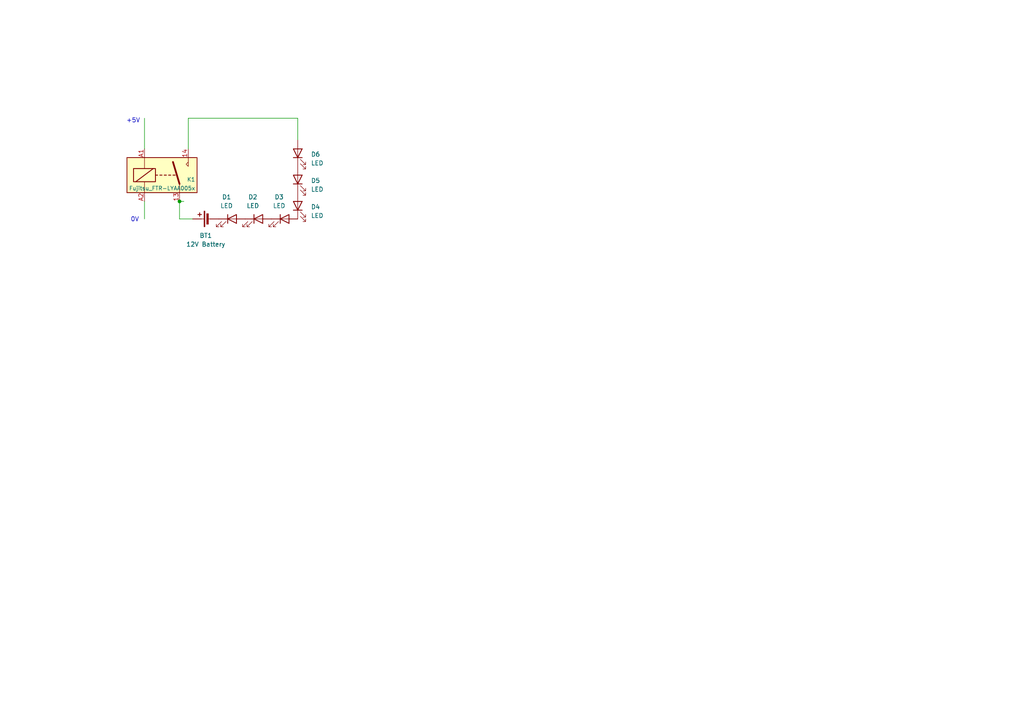
<source format=kicad_sch>
(kicad_sch (version 20231120) (generator "eeschema") (generator_version "8.0")
  (paper "A4")
  (lib_symbols
    (symbol "Device:Battery_Cell" (pin_numbers hide) (pin_names (offset 0) hide)
      (property "Reference" "BT" (at 2.54 2.54 0))
      (property "Value" "Battery_Cell" (at 2.54 0 0))
      (symbol "Battery_Cell_0_1"
        (rectangle (start -2.286 1.778) (end 2.286 1.524) (fill (type outline)))
        (rectangle (start -1.524 1.016) (end 1.524 0.508) (fill (type outline)))
        (polyline (pts (xy 0 0.762) (xy 0 0)))
        (polyline (pts (xy 0 1.778) (xy 0 2.54)))
        (polyline (pts (xy 0.762 3.048) (xy 1.778 3.048)) (stroke (width 0.254)))
        (polyline (pts (xy 1.27 3.556) (xy 1.27 2.54)) (stroke (width 0.254)))
      )
      (symbol "Battery_Cell_1_1"
        (pin passive line (at 0 5.08 270) (length 2.54) (name "+") (number "1"))
        (pin passive line (at 0 -2.54 90) (length 2.54) (name "-") (number "2"))
      )
    )
    (symbol "Device:LED" (pin_numbers hide) (pin_names (offset 1.016) hide)
      (property "Reference" "D" (at 0 2.54 0))
      (property "Value" "LED" (at 0 -2.54 0))
      (symbol "LED_0_1"
        (polyline (pts (xy -1.27 -1.27) (xy -1.27 1.27)) (stroke (width 0.254)))
        (polyline (pts (xy -1.27 0) (xy 1.27 0)))
        (polyline (pts (xy 1.27 -1.27) (xy 1.27 1.27) (xy -1.27 0) (xy 1.27 -1.27)) (stroke (width 0.254)))
        (polyline (pts (xy -3.048 -0.762) (xy -4.572 -2.286) (xy -3.81 -2.286) (xy -4.572 -2.286) (xy -4.572 -1.524)))
        (polyline (pts (xy -1.778 -0.762) (xy -3.302 -2.286) (xy -2.54 -2.286) (xy -3.302 -2.286) (xy -3.302 -1.524)))
      )
      (symbol "LED_1_1"
        (pin passive line (at -3.81 0 0) (length 2.54) (name "K") (number "1"))
        (pin passive line (at 3.81 0 180) (length 2.54) (name "A") (number "2"))
      )
    )
    (symbol "Relay:Fujitsu_FTR-LYAA005x"
      (property "Reference" "K" (at 11.43 3.81 0))
      (property "Value" "Fujitsu_FTR-LYAA005x" (at 11.43 1.27 0))
      (symbol "Fujitsu_FTR-LYAA005x_0_0"
        (polyline (pts (xy 7.62 5.08) (xy 7.62 2.54) (xy 6.985 3.175) (xy 7.62 3.81)))
      )
      (symbol "Fujitsu_FTR-LYAA005x_0_1"
        (rectangle (start -10.16 5.08) (end 10.16 -5.08) (stroke (width 0.254)) (fill (type background)))
        (rectangle (start -8.255 1.905) (end -1.905 -1.905) (stroke (width 0.254)))
        (polyline (pts (xy -7.62 -1.905) (xy -2.54 1.905)) (stroke (width 0.254)))
        (polyline (pts (xy -5.08 -5.08) (xy -5.08 -1.905)))
        (polyline (pts (xy -5.08 5.08) (xy -5.08 1.905)))
        (polyline (pts (xy -1.905 0) (xy -1.27 0)) (stroke (width 0.254)))
        (polyline (pts (xy -0.635 0) (xy 0 0)) (stroke (width 0.254)))
        (polyline (pts (xy 0.635 0) (xy 1.27 0)) (stroke (width 0.254)))
        (polyline (pts (xy 1.905 0) (xy 2.54 0)) (stroke (width 0.254)))
        (polyline (pts (xy 3.175 0) (xy 3.81 0)) (stroke (width 0.254)))
        (polyline (pts (xy 5.08 -2.54) (xy 3.175 3.81)) (stroke (width 0.508)))
        (polyline (pts (xy 5.08 -2.54) (xy 5.08 -5.08)))
      )
      (symbol "Fujitsu_FTR-LYAA005x_1_1"
        (pin passive line (at 5.08 -7.62 90) (length 2.54) (name "~") (number "13"))
        (pin passive line (at 7.62 7.62 270) (length 2.54) (name "~") (number "14"))
        (pin passive line (at -5.08 7.62 270) (length 2.54) (name "~") (number "A1"))
        (pin passive line (at -5.08 -7.62 90) (length 2.54) (name "~") (number "A2"))
      )
    )
  )
  (junction (at 52.07 58.42))
  (wire (pts (xy 41.91 34.29) (xy 41.91 43.18)))
  (wire (pts (xy 53.34 58.42) (xy 52.07 58.42)))
  (wire (pts (xy 54.61 34.29) (xy 54.61 43.18)))
  (wire (pts (xy 52.07 63.5) (xy 55.88 63.5)))
  (wire (pts (xy 41.91 58.42) (xy 41.91 63.5)))
  (wire (pts (xy 86.36 34.29) (xy 86.36 40.64)))
  (wire (pts (xy 52.07 58.42) (xy 52.07 63.5)))
  (wire (pts (xy 54.61 34.29) (xy 86.36 34.29)))
  (text "+5V \n" (at 39.116 35.052 0) (effects (font (size 1.27 1.27))))
  (text "0V\n" (at 39.116 63.754 0) (effects (font (size 1.27 1.27))))
  (symbol (lib_id "Device:LED") (at 86.36 44.45 90) (unit 1)
    (property "Reference" "D6" (at 90.17 44.7674 90) (effects (justify right)))
    (property "Value" "LED" (at 90.17 47.3074 90) (effects (justify right)))
    (property "Description" "Light emitting diode" (effects (hide yes)))
  )
  (symbol (lib_id "Device:LED") (at 86.36 59.69 90) (unit 1)
    (property "Reference" "D4" (at 90.17 60.0074 90) (effects (justify right)))
    (property "Value" "LED" (at 90.17 62.5474 90) (effects (justify right)))
    (property "Description" "Light emitting diode" (effects (hide yes)))
  )
  (symbol (lib_id "Relay:Fujitsu_FTR-LYAA005x") (at 46.99 50.8 0) (unit 1)
    (property "Reference" "K1" (at 56.642 52.07 0) (effects (font (size 1.143 1.143)) (justify right)))
    (property "Value" "Fujitsu_FTR-LYAA005x" (at 56.642 54.61 0) (effects (font (size 1.143 1.143)) (justify right)))
    (property "Footprint" "Relay_THT:Relay_SPST-NO_Fujitsu_FTR-LYAA005x_FormA_Vertical" (effects (hide yes)))
    (property "Datasheet" "https://www.fujitsu.com/sg/imagesgig5/ftr-ly.pdf" (effects (hide yes)))
    (property "Description" "Relay, SPST Form A, vertical mount, 5-60V coil, 6A, 250VAC, 28 x 5 x 15mm" (effects (hide yes)))
  )
  (symbol (lib_id "Device:LED") (at 86.36 52.07 90) (unit 1)
    (property "Reference" "D5" (at 90.17 52.3874 90) (effects (justify right)))
    (property "Value" "LED" (at 90.17 54.9274 90) (effects (justify right)))
    (property "Description" "Light emitting diode" (effects (hide yes)))
  )
  (symbol (lib_id "Device:LED") (at 82.55 63.5 0) (unit 1)
    (property "Reference" "D3" (at 80.9625 57.15 0))
    (property "Value" "LED" (at 80.9625 59.69 0))
    (property "Description" "Light emitting diode" (effects (hide yes)))
  )
  (symbol (lib_id "Device:LED") (at 74.93 63.5 0) (unit 1)
    (property "Reference" "D2" (at 73.3425 57.15 0))
    (property "Value" "LED" (at 73.3425 59.69 0))
    (property "Description" "Light emitting diode" (effects (hide yes)))
  )
  (symbol (lib_id "Device:Battery_Cell") (at 60.96 63.5 90) (unit 1)
    (property "Reference" "BT1" (at 59.69 68.326 90))
    (property "Value" "12V Battery" (at 59.69 70.866 90))
    (property "Description" "Single-cell battery" (effects (hide yes)))
  )
  (symbol (lib_id "Device:LED") (at 67.31 63.5 0) (unit 1)
    (property "Reference" "D1" (at 65.7225 57.15 0))
    (property "Value" "LED" (at 65.7225 59.69 0))
    (property "Description" "Light emitting diode" (effects (hide yes)))
  )
)
</source>
